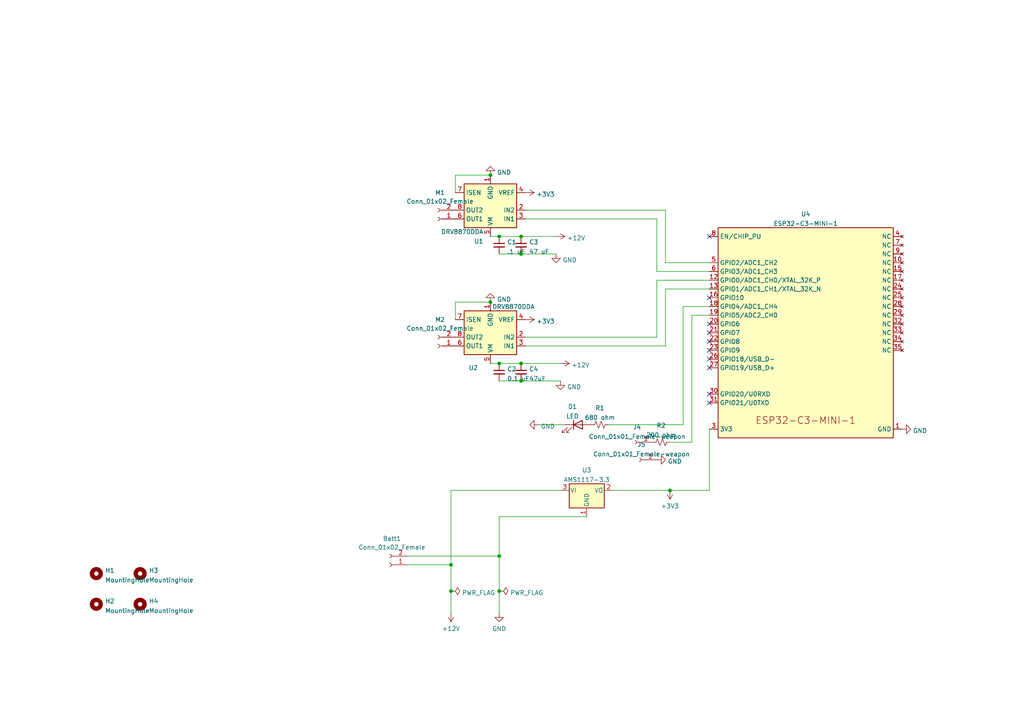
<source format=kicad_sch>
(kicad_sch (version 20211123) (generator eeschema)
  (paper "A4")
  (title_block (title "VS Robot Combat Receiver") (rev "0") (company "Vector Space") (comment 1 "ESP32-C3 with DRV8703 driver"))
  (lib_symbols
    (symbol "Connector:Conn_01x01_Female" (pin_names (offset 1.016) hide)
      (property "Reference" "J" (at 0 2.54 0))
      (property "Value" "Conn_01x01_Female" (at 0 -2.54 0))
      (symbol "Conn_01x01_Female_1_1"
        (polyline (pts (xy -1.27 0) (xy -0.508 0)) (stroke (width 0.1524)))
        (arc (start 0 0.508) (mid -0.508 0) (end 0 -0.508) (stroke (width 0.1524)))
        (pin passive line (at -5.08 0 0) (length 3.81) (name "Pin_1") (number "1"))
      )
    )
    (symbol "Connector:Conn_01x02_Female" (pin_names (offset 1.016) hide)
      (property "Reference" "J" (at 0 2.54 0))
      (property "Value" "Conn_01x02_Female" (at 0 -5.08 0))
      (symbol "Conn_01x02_Female_1_1"
        (arc (start 0 -2.032) (mid -0.508 -2.54) (end 0 -3.048) (stroke (width 0.1524)))
        (polyline (pts (xy -1.27 -2.54) (xy -0.508 -2.54)) (stroke (width 0.1524)))
        (polyline (pts (xy -1.27 0) (xy -0.508 0)) (stroke (width 0.1524)))
        (arc (start 0 0.508) (mid -0.508 0) (end 0 -0.508) (stroke (width 0.1524)))
        (pin passive line (at -5.08 0 0) (length 3.81) (name "Pin_1") (number "1"))
        (pin passive line (at -5.08 -2.54 0) (length 3.81) (name "Pin_2") (number "2"))
      )
    )
    (symbol "Device:C_Small" (pin_numbers hide) (pin_names (offset 0.254) hide)
      (property "Reference" "C" (at 0.254 1.778 0))
      (property "Value" "C_Small" (at 0.254 -2.032 0))
      (symbol "C_Small_0_1"
        (polyline (pts (xy -1.524 -0.508) (xy 1.524 -0.508)) (stroke (width 0.3302)))
        (polyline (pts (xy -1.524 0.508) (xy 1.524 0.508)) (stroke (width 0.3048)))
      )
      (symbol "C_Small_1_1"
        (pin passive line (at 0 2.54 270) (length 2.032) (name "~") (number "1"))
        (pin passive line (at 0 -2.54 90) (length 2.032) (name "~") (number "2"))
      )
    )
    (symbol "Device:LED" (pin_numbers hide) (pin_names (offset 1.016) hide)
      (property "Reference" "D" (at 0 2.54 0))
      (property "Value" "LED" (at 0 -2.54 0))
      (symbol "LED_0_1"
        (polyline (pts (xy -1.27 -1.27) (xy -1.27 1.27)) (stroke (width 0.254)))
        (polyline (pts (xy -1.27 0) (xy 1.27 0)))
        (polyline (pts (xy 1.27 -1.27) (xy 1.27 1.27) (xy -1.27 0) (xy 1.27 -1.27)) (stroke (width 0.254)))
        (polyline (pts (xy -3.048 -0.762) (xy -4.572 -2.286) (xy -3.81 -2.286) (xy -4.572 -2.286) (xy -4.572 -1.524)))
        (polyline (pts (xy -1.778 -0.762) (xy -3.302 -2.286) (xy -2.54 -2.286) (xy -3.302 -2.286) (xy -3.302 -1.524)))
      )
      (symbol "LED_1_1"
        (pin passive line (at -3.81 0 0) (length 2.54) (name "K") (number "1"))
        (pin passive line (at 3.81 0 180) (length 2.54) (name "A") (number "2"))
      )
    )
    (symbol "Device:R_Small_US" (pin_numbers hide) (pin_names (offset 0.254) hide)
      (property "Reference" "R" (at 0.762 0.508 0))
      (property "Value" "R_Small_US" (at 0.762 -1.016 0))
      (symbol "R_Small_US_1_1"
        (polyline (pts (xy 0 0) (xy 1.016 -0.381) (xy 0 -0.762) (xy -1.016 -1.143) (xy 0 -1.524)))
        (polyline (pts (xy 0 1.524) (xy 1.016 1.143) (xy 0 0.762) (xy -1.016 0.381) (xy 0 0)))
        (pin passive line (at 0 2.54 270) (length 1.016) (name "~") (number "1"))
        (pin passive line (at 0 -2.54 90) (length 1.016) (name "~") (number "2"))
      )
    )
    (symbol "Driver_Motor:DRV8870DDA"
      (property "Reference" "U" (at -6.35 6.35 0))
      (property "Value" "DRV8870DDA" (at 8.89 6.35 0))
      (symbol "DRV8870DDA_0_1"
        (rectangle (start -7.62 5.08) (end 7.62 -7.62) (stroke (width 0.254)) (fill (type background)))
      )
      (symbol "DRV8870DDA_1_1"
        (pin power_in line (at 0 -10.16 90) (length 2.54) (name "GND") (number "1"))
        (pin input line (at -10.16 0 0) (length 2.54) (name "IN2") (number "2"))
        (pin input line (at -10.16 2.54 0) (length 2.54) (name "IN1") (number "3"))
        (pin input line (at -10.16 -5.08 0) (length 2.54) (name "VREF") (number "4"))
        (pin power_in line (at 0 7.62 270) (length 2.54) (name "VM") (number "5"))
        (pin output line (at 10.16 2.54 180) (length 2.54) (name "OUT1") (number "6"))
        (pin passive line (at 10.16 -5.08 180) (length 2.54) (name "ISEN") (number "7"))
        (pin output line (at 10.16 0 180) (length 2.54) (name "OUT2") (number "8"))
        (pin passive line (at 0 -10.16 90) (length 2.54) hide (name "GND") (number "9"))
      )
    )
    (symbol "Espressif:ESP32-C3-MINI-1"
      (property "Reference" "U" (at -25.4 35.56 0))
      (property "Value" "ESP32-C3-MINI-1" (at -25.4 33.02 0))
      (symbol "ESP32-C3-MINI-1_0_0"
        (text "ESP32-C3-MINI-1" (at 0 -25.4 0) (effects (font (size 2 2))))
      )
      (symbol "ESP32-C3-MINI-1_0_1"
        (rectangle (start -25.4 30.48) (end 25.4 -30.48) (stroke (width 0.254)) (fill (type background)))
      )
      (symbol "ESP32-C3-MINI-1_1_1"
        (pin power_in line (at 27.94 -27.94 180) (length 2.54) (name "GND") (number "1"))
        (pin no_connect line (at 27.94 20.32 180) (length 2.54) (name "NC") (number "10"))
        (pin bidirectional line (at -27.94 15.24 0) (length 2.54) (name "GPIO0/ADC1_CH0/XTAL_32K_P") (number "12"))
        (pin bidirectional line (at -27.94 12.7 0) (length 2.54) (name "GPIO1/ADC1_CH1/XTAL_32K_N") (number "13"))
        (pin no_connect line (at 27.94 17.78 180) (length 2.54) (name "NC") (number "15"))
        (pin bidirectional line (at -27.94 10.16 0) (length 2.54) (name "GPIO10") (number "16"))
        (pin no_connect line (at 27.94 15.24 180) (length 2.54) (name "NC") (number "17"))
        (pin bidirectional line (at -27.94 7.62 0) (length 2.54) (name "GPIO4/ADC1_CH4") (number "18"))
        (pin bidirectional line (at -27.94 5.08 0) (length 2.54) (name "GPIO5/ADC2_CH0") (number "19"))
        (pin passive line (at 27.94 -27.94 180) (length 2.54) hide (name "GND") (number "2"))
        (pin bidirectional line (at -27.94 2.54 0) (length 2.54) (name "GPIO6") (number "20"))
        (pin bidirectional line (at -27.94 0 0) (length 2.54) (name "GPIO7") (number "21"))
        (pin bidirectional line (at -27.94 -2.54 0) (length 2.54) (name "GPIO8") (number "22"))
        (pin bidirectional line (at -27.94 -5.08 0) (length 2.54) (name "GPIO9") (number "23"))
        (pin no_connect line (at 27.94 12.7 180) (length 2.54) (name "NC") (number "24"))
        (pin no_connect line (at 27.94 10.16 180) (length 2.54) (name "NC") (number "25"))
        (pin bidirectional line (at -27.94 -7.62 0) (length 2.54) (name "GPIO18/USB_D-") (number "26"))
        (pin bidirectional line (at -27.94 -10.16 0) (length 2.54) (name "GPIO19/USB_D+") (number "27"))
        (pin no_connect line (at 27.94 7.62 180) (length 2.54) (name "NC") (number "28"))
        (pin no_connect line (at 27.94 5.08 180) (length 2.54) (name "NC") (number "29"))
        (pin power_in line (at -27.94 -27.94 0) (length 2.54) (name "3V3") (number "3"))
        (pin bidirectional line (at -27.94 -17.78 0) (length 2.54) (name "GPIO20/U0RXD") (number "30"))
        (pin bidirectional line (at -27.94 -20.32 0) (length 2.54) (name "GPIO21/U0TXD") (number "31"))
        (pin no_connect line (at 27.94 2.54 180) (length 2.54) (name "NC") (number "32"))
        (pin no_connect line (at 27.94 0 180) (length 2.54) (name "NC") (number "33"))
        (pin no_connect line (at 27.94 -2.54 180) (length 2.54) (name "NC") (number "34"))
        (pin no_connect line (at 27.94 -5.08 180) (length 2.54) (name "NC") (number "35"))
        (pin passive line (at 27.94 -27.94 180) (length 2.54) hide (name "GND") (number "36"))
        (pin passive line (at 27.94 -27.94 180) (length 2.54) hide (name "GND") (number "37"))
        (pin passive line (at 27.94 -27.94 180) (length 2.54) hide (name "GND") (number "38"))
        (pin passive line (at 27.94 -27.94 180) (length 2.54) hide (name "GND") (number "39"))
        (pin no_connect line (at 27.94 27.94 180) (length 2.54) (name "NC") (number "4"))
        (pin passive line (at 27.94 -27.94 180) (length 2.54) hide (name "GND") (number "40"))
        (pin passive line (at 27.94 -27.94 180) (length 2.54) hide (name "GND") (number "41"))
        (pin passive line (at 27.94 -27.94 180) (length 2.54) hide (name "GND") (number "42"))
        (pin passive line (at 27.94 -27.94 180) (length 2.54) hide (name "GND") (number "43"))
        (pin passive line (at 27.94 -27.94 180) (length 2.54) hide (name "GND") (number "44"))
        (pin passive line (at 27.94 -27.94 180) (length 2.54) hide (name "GND") (number "45"))
        (pin passive line (at 27.94 -27.94 180) (length 2.54) hide (name "GND") (number "46"))
        (pin passive line (at 27.94 -27.94 180) (length 2.54) hide (name "GND") (number "47"))
        (pin passive line (at 27.94 -27.94 180) (length 2.54) hide (name "GND") (number "48"))
        (pin passive line (at 27.94 -27.94 180) (length 2.54) hide (name "GND") (number "49"))
        (pin bidirectional line (at -27.94 20.32 0) (length 2.54) (name "GPIO2/ADC1_CH2") (number "5"))
        (pin passive line (at 27.94 -27.94 180) (length 2.54) hide (name "GND") (number "50"))
        (pin passive line (at 27.94 -27.94 180) (length 2.54) hide (name "GND") (number "51"))
        (pin passive line (at 27.94 -27.94 180) (length 2.54) hide (name "GND") (number "52"))
        (pin passive line (at 27.94 -27.94 180) (length 2.54) hide (name "GND") (number "53"))
        (pin bidirectional line (at -27.94 17.78 0) (length 2.54) (name "GPIO3/ADC1_CH3") (number "6"))
        (pin no_connect line (at 27.94 25.4 180) (length 2.54) (name "NC") (number "7"))
        (pin input line (at -27.94 27.94 0) (length 2.54) (name "EN/CHIP_PU") (number "8"))
        (pin no_connect line (at 27.94 22.86 180) (length 2.54) (name "NC") (number "9"))
      )
    )
    (symbol "Mechanical:MountingHole" (pin_names (offset 1.016))
      (property "Reference" "H" (at 0 5.08 0))
      (property "Value" "MountingHole" (at 0 3.175 0))
      (symbol "MountingHole_0_1"
        (circle (center 0 0) (radius 1.27) (stroke (width 1.27)))
      )
    )
    (symbol "Regulator_Linear:AMS1117-3.3" (pin_names (offset 0.254))
      (property "Reference" "U" (at -3.81 3.175 0))
      (property "Value" "AMS1117-3.3" (at 0 3.175 0))
      (symbol "AMS1117-3.3_0_1"
        (rectangle (start -5.08 -5.08) (end 5.08 1.905) (stroke (width 0.254)) (fill (type background)))
      )
      (symbol "AMS1117-3.3_1_1"
        (pin power_in line (at 0 -7.62 90) (length 2.54) (name "GND") (number "1"))
        (pin power_out line (at 7.62 0 180) (length 2.54) (name "VO") (number "2"))
        (pin power_in line (at -7.62 0 0) (length 2.54) (name "VI") (number "3"))
      )
    )
    (symbol "power:+12V" (power) (pin_names (offset 0))
      (property "Value" "+12V" (at 0 3.556 0))
      (symbol "+12V_0_1"
        (polyline (pts (xy -0.762 1.27) (xy 0 2.54)))
        (polyline (pts (xy 0 0) (xy 0 2.54)))
        (polyline (pts (xy 0 2.54) (xy 0.762 1.27)))
      )
      (symbol "+12V_1_1"
        (pin power_in line (at 0 0 90) (length 0) hide (name "+12V") (number "1"))
      )
    )
    (symbol "power:+3.3V" (power) (pin_names (offset 0))
      (property "Value" "+3.3V" (at 0 3.556 0))
      (symbol "+3.3V_0_1"
        (polyline (pts (xy -0.762 1.27) (xy 0 2.54)))
        (polyline (pts (xy 0 0) (xy 0 2.54)))
        (polyline (pts (xy 0 2.54) (xy 0.762 1.27)))
      )
      (symbol "+3.3V_1_1"
        (pin power_in line (at 0 0 90) (length 0) hide (name "+3V3") (number "1"))
      )
    )
    (symbol "power:GND" (power) (pin_names (offset 0))
      (property "Value" "GND" (at 0 -3.81 0))
      (symbol "GND_0_1"
        (polyline (pts (xy 0 0) (xy 0 -1.27) (xy 1.27 -1.27) (xy 0 -2.54) (xy -1.27 -1.27) (xy 0 -1.27)))
      )
      (symbol "GND_1_1"
        (pin power_in line (at 0 0 270) (length 0) hide (name "GND") (number "1"))
      )
    )
    (symbol "power:PWR_FLAG" (power) (pin_numbers hide) (pin_names (offset 0) hide)
      (property "Value" "PWR_FLAG" (at 0 3.81 0))
      (symbol "PWR_FLAG_0_0"
        (pin power_out line (at 0 0 90) (length 0) (name "pwr") (number "1"))
      )
      (symbol "PWR_FLAG_0_1"
        (polyline (pts (xy 0 0) (xy 0 1.27) (xy -1.016 1.905) (xy 0 2.54) (xy 1.016 1.905) (xy 0 1.27)))
      )
    )
  )
  (junction (at 151.13 73.66))
  (junction (at 151.13 105.41))
  (junction (at 142.24 50.8))
  (junction (at 142.24 87.63))
  (junction (at 151.13 110.49))
  (junction (at 144.78 68.58))
  (junction (at 130.81 171.45))
  (junction (at 151.13 68.58))
  (junction (at 144.78 105.41))
  (junction (at 144.78 161.29))
  (junction (at 130.81 163.83))
  (junction (at 194.31 142.24))
  (junction (at 144.78 171.45))
  (no_connect (at 205.74 101.6))
  (no_connect (at 205.74 104.14))
  (no_connect (at 205.74 106.68))
  (no_connect (at 205.74 114.3))
  (no_connect (at 205.74 116.84))
  (no_connect (at 205.74 68.58))
  (no_connect (at 205.74 86.36))
  (no_connect (at 205.74 93.98))
  (no_connect (at 205.74 96.52))
  (no_connect (at 205.74 99.06))
  (wire (pts (xy 144.78 110.49) (xy 151.13 110.49)))
  (wire (pts (xy 205.74 91.44) (xy 200.66 91.44)))
  (wire (pts (xy 194.31 142.24) (xy 177.8 142.24)))
  (wire (pts (xy 144.78 73.66) (xy 151.13 73.66)))
  (wire (pts (xy 144.78 149.86) (xy 144.78 161.29)))
  (wire (pts (xy 205.74 142.24) (xy 194.31 142.24)))
  (wire (pts (xy 190.5 63.5) (xy 190.5 78.74)))
  (wire (pts (xy 194.31 128.27) (xy 200.66 128.27)))
  (wire (pts (xy 193.04 76.2) (xy 193.04 60.96)))
  (wire (pts (xy 151.13 105.41) (xy 162.56 105.41)))
  (wire (pts (xy 144.78 161.29) (xy 144.78 171.45)))
  (wire (pts (xy 118.11 163.83) (xy 130.81 163.83)))
  (wire (pts (xy 205.74 88.9) (xy 198.12 88.9)))
  (wire (pts (xy 190.5 81.28) (xy 190.5 97.79)))
  (wire (pts (xy 200.66 91.44) (xy 200.66 128.27)))
  (wire (pts (xy 144.78 171.45) (xy 144.78 177.8)))
  (wire (pts (xy 130.81 163.83) (xy 130.81 171.45)))
  (wire (pts (xy 198.12 123.19) (xy 176.53 123.19)))
  (wire (pts (xy 170.18 149.86) (xy 144.78 149.86)))
  (wire (pts (xy 144.78 105.41) (xy 151.13 105.41)))
  (wire (pts (xy 193.04 83.82) (xy 193.04 100.33)))
  (wire (pts (xy 151.13 110.49) (xy 162.56 110.49)))
  (wire (pts (xy 142.24 68.58) (xy 144.78 68.58)))
  (wire (pts (xy 130.81 171.45) (xy 130.81 177.8)))
  (wire (pts (xy 156.21 123.19) (xy 163.83 123.19)))
  (wire (pts (xy 132.08 50.8) (xy 132.08 55.88)))
  (wire (pts (xy 193.04 60.96) (xy 152.4 60.96)))
  (wire (pts (xy 162.56 142.24) (xy 130.81 142.24)))
  (wire (pts (xy 142.24 50.8) (xy 132.08 50.8)))
  (wire (pts (xy 205.74 83.82) (xy 193.04 83.82)))
  (wire (pts (xy 144.78 68.58) (xy 151.13 68.58)))
  (wire (pts (xy 132.08 87.63) (xy 132.08 92.71)))
  (wire (pts (xy 198.12 88.9) (xy 198.12 123.19)))
  (wire (pts (xy 152.4 100.33) (xy 193.04 100.33)))
  (wire (pts (xy 190.5 97.79) (xy 152.4 97.79)))
  (wire (pts (xy 130.81 142.24) (xy 130.81 163.83)))
  (wire (pts (xy 142.24 87.63) (xy 132.08 87.63)))
  (wire (pts (xy 118.11 161.29) (xy 144.78 161.29)))
  (wire (pts (xy 152.4 63.5) (xy 190.5 63.5)))
  (wire (pts (xy 205.74 76.2) (xy 193.04 76.2)))
  (wire (pts (xy 151.13 68.58) (xy 161.29 68.58)))
  (wire (pts (xy 142.24 105.41) (xy 144.78 105.41)))
  (wire (pts (xy 205.74 124.46) (xy 205.74 142.24)))
  (wire (pts (xy 190.5 78.74) (xy 205.74 78.74)))
  (wire (pts (xy 151.13 73.66) (xy 161.29 73.66)))
  (wire (pts (xy 205.74 81.28) (xy 190.5 81.28)))
  (symbol (lib_id "power:PWR_FLAG") (at 130.81 171.45 270) (unit 1)
    (property "Reference" "#FLG01" (effects hide))
    (property "Value" "PWR_FLAG" (at 133.985 171.929 90) (effects (justify left)))
  )
  (symbol (lib_id "Mechanical:MountingHole") (at 27.94 166.37 0) (unit 1)
    (property "Reference" "H1" (at 30.48 165.4615 0) (effects (justify left)))
    (property "Value" "MountingHole" (at 30.48 168.2366 0) (effects (justify left)))
    (property "Footprint" "MountingHole:MountingHole_3.2mm_M3" (effects hide))
  )
  (symbol (lib_id "power:+3.3V") (at 152.4 55.88 270) (unit 1)
    (property "Reference" "#PWR05" (effects hide))
    (property "Value" "+3.3V" (at 155.575 56.359 90) (effects (justify left)))
  )
  (symbol (lib_id "power:GND") (at 142.24 50.8 180) (unit 1)
    (property "Reference" "#PWR02" (effects hide))
    (property "Value" "GND" (at 144.145 50.009 0) (effects (justify right)))
  )
  (symbol (lib_id "power:+3.3V") (at 152.4 92.71 270) (unit 1)
    (property "Reference" "#PWR06" (effects hide))
    (property "Value" "+3.3V" (at 155.575 93.189 90) (effects (justify left)))
  )
  (symbol (lib_id "Device:LED") (at 167.64 123.19 0) (unit 1)
    (property "Reference" "D1" (at 166.0525 117.9535 0))
    (property "Value" "LED" (at 166.0525 120.7286 0))
    (property "Footprint" "LED_SMD:LED_0805_2012Metric_Pad1.15x1.40mm_HandSolder" (effects hide))
  )
  (symbol (lib_id "power:GND") (at 261.62 124.46 90) (unit 1)
    (property "Reference" "#PWR013" (effects hide))
    (property "Value" "GND" (at 264.795 124.939 90) (effects (justify right)))
  )
  (symbol (lib_id "Device:R_Small_US") (at 173.99 123.19 270) (unit 1)
    (property "Reference" "R1" (at 173.99 118.3345 90))
    (property "Value" "680 ohm" (at 173.99 121.1096 90))
    (property "Footprint" "Resistor_SMD:R_0805_2012Metric_Pad1.20x1.40mm_HandSolder" (effects hide))
  )
  (symbol (lib_id "power:+12V") (at 130.81 177.8 180) (unit 1)
    (property "Reference" "#PWR01" (effects hide))
    (property "Value" "+12V" (at 130.81 182.3625 0))
  )
  (symbol (lib_id "Device:C_Small") (at 151.13 71.12 0) (unit 1)
    (property "Reference" "C3" (at 153.4541 70.2178 0) (effects (justify left)))
    (property "Value" "47 uF" (at 153.4541 72.9929 0) (effects (justify left)))
    (property "Footprint" "Capacitor_SMD:C_0805_2012Metric_Pad1.18x1.45mm_HandSolder" (effects hide))
  )
  (symbol (lib_id "power:+12V") (at 162.56 105.41 270) (unit 1)
    (property "Reference" "#PWR010" (effects hide))
    (property "Value" "+12V" (at 165.735 105.889 90) (effects (justify left)))
  )
  (symbol (lib_id "Regulator_Linear:AMS1117-3.3") (at 170.18 142.24 0) (unit 1)
    (property "Reference" "U3" (at 170.18 136.3685 0))
    (property "Value" "AMS1117-3.3" (at 170.18 139.1436 0))
    (property "Footprint" "Package_TO_SOT_SMD:SOT-223-3_TabPin2" (effects hide))
    (property "Datasheet" "http://www.advanced-monolithic.com/pdf/ds1117.pdf" (effects hide))
  )
  (symbol (lib_id "Device:R_Small_US") (at 191.77 128.27 270) (unit 1)
    (property "Reference" "R2" (at 191.77 123.4145 90))
    (property "Value" "200 ohm" (at 191.77 126.1896 90))
    (property "Footprint" "Resistor_SMD:R_0805_2012Metric_Pad1.20x1.40mm_HandSolder" (effects hide))
  )
  (symbol (lib_id "Espressif:ESP32-C3-MINI-1") (at 233.68 96.52 0) (unit 1)
    (property "Reference" "U4" (at 233.68 62.0735 0))
    (property "Value" "ESP32-C3-MINI-1" (at 233.68 64.8486 0))
    (property "Footprint" "Espressif:ESP32-C3" (effects hide))
    (property "Datasheet" "https://www.espressif.com/sites/default/files/documentation/esp32-c3-mini-1_datasheet_en.pdf" (effects hide))
  )
  (symbol (lib_id "Connector:Conn_01x02_Female") (at 127 63.5 180) (unit 1)
    (property "Reference" "M1" (at 127.635 55.88 0))
    (property "Value" "Conn_01x02_Female" (at 127.635 58.42 0))
    (property "Footprint" "Connector_PinSocket_2.54mm:PinSocket_1x02_P2.54mm_Vertical" (effects hide))
  )
  (symbol (lib_id "power:GND") (at 190.5 133.35 90) (unit 1)
    (property "Reference" "#PWR014" (effects hide))
    (property "Value" "GND" (at 193.675 133.829 90) (effects (justify right)))
  )
  (symbol (lib_id "Mechanical:MountingHole") (at 27.94 175.26 0) (unit 1)
    (property "Reference" "H2" (at 30.48 174.3515 0) (effects (justify left)))
    (property "Value" "MountingHole" (at 30.48 177.1266 0) (effects (justify left)))
    (property "Footprint" "MountingHole:MountingHole_3.2mm_M3" (effects hide))
  )
  (symbol (lib_id "power:+3.3V") (at 194.31 142.24 180) (unit 1)
    (property "Reference" "#PWR012" (effects hide))
    (property "Value" "+3.3V" (at 194.31 146.8025 0))
  )
  (symbol (lib_id "power:GND") (at 161.29 73.66 0) (unit 1)
    (property "Reference" "#PWR09" (effects hide))
    (property "Value" "GND" (at 163.195 75.409 0) (effects (justify left)))
  )
  (symbol (lib_id "Connector:Conn_01x01_Female") (at 185.42 133.35 180) (unit 1)
    (property "Reference" "J5" (at 186.055 128.9263 0))
    (property "Value" "Conn_01x01_Female-weapon" (at 186.055 131.7014 0))
    (property "Footprint" "Connector_PinSocket_2.54mm:PinSocket_1x01_P2.54mm_Vertical" (effects hide))
  )
  (symbol (lib_id "power:GND") (at 156.21 123.19 270) (unit 1)
    (property "Reference" "#PWR07" (effects hide))
    (property "Value" "GND" (at 156.845 123.669 90) (effects (justify left)))
  )
  (symbol (lib_id "power:+12V") (at 161.29 68.58 270) (unit 1)
    (property "Reference" "#PWR08" (effects hide))
    (property "Value" "+12V" (at 164.465 69.059 90) (effects (justify left)))
  )
  (symbol (lib_id "Driver_Motor:DRV8870DDA") (at 142.24 97.79 180) (unit 1)
    (property "Reference" "U2" (at 135.89 106.68 0) (effects (justify right)))
    (property "Value" "DRV8870DDA" (at 142.7606 88.9786 0) (effects (justify right)))
    (property "Footprint" "Package_SO:Texas_HTSOP-8-1EP_3.9x4.9mm_P1.27mm_EP2.95x4.9mm_Mask2.4x3.1mm_ThermalVias" (effects hide))
    (property "Datasheet" "http://www.ti.com/lit/ds/symlink/drv8870.pdf" (effects hide))
  )
  (symbol (lib_id "power:GND") (at 142.24 87.63 180) (unit 1)
    (property "Reference" "#PWR03" (effects hide))
    (property "Value" "GND" (at 144.145 86.839 0) (effects (justify right)))
  )
  (symbol (lib_id "Mechanical:MountingHole") (at 40.64 166.37 0) (unit 1)
    (property "Reference" "H3" (at 43.18 165.4615 0) (effects (justify left)))
    (property "Value" "MountingHole" (at 43.18 168.2366 0) (effects (justify left)))
    (property "Footprint" "MountingHole:MountingHole_3.2mm_M3" (effects hide))
  )
  (symbol (lib_id "Connector:Conn_01x02_Female") (at 113.03 163.83 180) (unit 1)
    (property "Reference" "Batt1" (at 113.665 156.21 0))
    (property "Value" "Conn_01x02_Female" (at 113.665 158.75 0))
    (property "Footprint" "Connector_PinSocket_2.54mm:PinSocket_1x02_P2.54mm_Vertical" (effects hide))
  )
  (symbol (lib_id "Connector:Conn_01x01_Female") (at 184.15 128.27 180) (unit 1)
    (property "Reference" "J4" (at 184.785 123.8463 0))
    (property "Value" "Conn_01x01_Female-weapon" (at 184.785 126.6214 0))
    (property "Footprint" "Connector_PinSocket_2.54mm:PinSocket_1x01_P2.54mm_Vertical" (effects hide))
  )
  (symbol (lib_id "Connector:Conn_01x02_Female") (at 127 100.33 180) (unit 1)
    (property "Reference" "M2" (at 127.635 92.71 0))
    (property "Value" "Conn_01x02_Female" (at 127.635 95.25 0))
    (property "Footprint" "Connector_PinSocket_2.54mm:PinSocket_1x02_P2.54mm_Vertical" (effects hide))
  )
  (symbol (lib_id "power:PWR_FLAG") (at 144.78 171.45 270) (unit 1)
    (property "Reference" "#FLG0101" (effects hide))
    (property "Value" "PWR_FLAG" (at 147.955 171.929 90) (effects (justify left)))
  )
  (symbol (lib_id "Device:C_Small") (at 151.13 107.95 0) (unit 1)
    (property "Reference" "C4" (at 153.4541 107.0478 0) (effects (justify left)))
    (property "Value" "47uF" (at 153.4541 109.8229 0) (effects (justify left)))
    (property "Footprint" "Capacitor_SMD:C_0805_2012Metric_Pad1.18x1.45mm_HandSolder" (effects hide))
  )
  (symbol (lib_id "Driver_Motor:DRV8870DDA") (at 142.24 60.96 180) (unit 1)
    (property "Reference" "U1" (at 140.2206 70.0065 0) (effects (justify left)))
    (property "Value" "DRV8870DDA" (at 140.2206 67.2314 0) (effects (justify left)))
    (property "Footprint" "Package_SO:Texas_HTSOP-8-1EP_3.9x4.9mm_P1.27mm_EP2.95x4.9mm_Mask2.4x3.1mm_ThermalVias" (effects hide))
    (property "Datasheet" "http://www.ti.com/lit/ds/symlink/drv8870.pdf" (effects hide))
  )
  (symbol (lib_id "Device:C_Small") (at 144.78 71.12 0) (unit 1)
    (property "Reference" "C1" (at 147.1041 70.2178 0) (effects (justify left)))
    (property "Value" ".1 uF" (at 147.1041 72.9929 0) (effects (justify left)))
    (property "Footprint" "Capacitor_SMD:C_0805_2012Metric_Pad1.18x1.45mm_HandSolder" (effects hide))
  )
  (symbol (lib_id "Mechanical:MountingHole") (at 40.64 175.26 0) (unit 1)
    (property "Reference" "H4" (at 43.18 174.3515 0) (effects (justify left)))
    (property "Value" "MountingHole" (at 43.18 177.1266 0) (effects (justify left)))
    (property "Footprint" "MountingHole:MountingHole_3.2mm_M3" (effects hide))
  )
  (symbol (lib_id "power:GND") (at 144.78 177.8 0) (unit 1)
    (property "Reference" "#PWR04" (effects hide))
    (property "Value" "GND" (at 144.78 182.3625 0))
  )
  (symbol (lib_id "Device:C_Small") (at 144.78 107.95 0) (unit 1)
    (property "Reference" "C2" (at 147.1041 107.0478 0) (effects (justify left)))
    (property "Value" "0.1 uF" (at 147.1041 109.8229 0) (effects (justify left)))
    (property "Footprint" "Capacitor_SMD:C_0805_2012Metric_Pad1.18x1.45mm_HandSolder" (effects hide))
  )
  (symbol (lib_id "power:GND") (at 162.56 110.49 0) (unit 1)
    (property "Reference" "#PWR011" (effects hide))
    (property "Value" "GND" (at 164.465 112.239 0) (effects (justify left)))
  )
)
</source>
